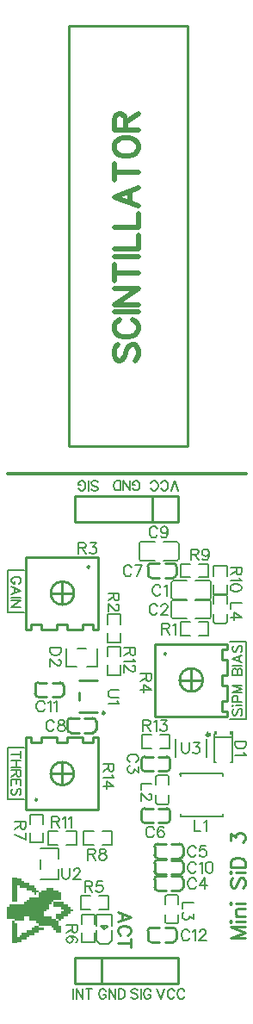
<source format=gto>
G04 Layer: TopSilkscreenLayer*
G04 EasyEDA v6.5.22, 2023-04-19 13:17:33*
G04 90ae9e6ee5e349668d1f8e0e14bee0a6,9a5be75d700b4a6385dc1106f27949ae,10*
G04 Gerber Generator version 0.2*
G04 Scale: 100 percent, Rotated: No, Reflected: No *
G04 Dimensions in millimeters *
G04 leading zeros omitted , absolute positions ,4 integer and 5 decimal *
%FSLAX45Y45*%
%MOMM*%

%ADD10C,0.1600*%
%ADD11C,0.2000*%
%ADD12C,0.2600*%
%ADD13C,0.5000*%
%ADD14C,0.1524*%
%ADD15C,0.2500*%
%ADD16C,0.2100*%
%ADD17C,0.3000*%
%ADD18C,0.1520*%
%ADD19C,0.1500*%
%ADD20C,0.2540*%
%ADD21C,0.0106*%

%LPD*%
G36*
X1629206Y-12683591D02*
G01*
X1629206Y-12927330D01*
X1677314Y-12927330D01*
X1677314Y-12764820D01*
X1701393Y-12764820D01*
X1701393Y-12788036D01*
X1773631Y-12788036D01*
X1773631Y-12811252D01*
X1821789Y-12811252D01*
X1821789Y-12834467D01*
X1845868Y-12834467D01*
X1845868Y-12857683D01*
X1869948Y-12857683D01*
X1869948Y-12834467D01*
X1893976Y-12834467D01*
X1893976Y-12880898D01*
X1797710Y-12880898D01*
X1797710Y-12904114D01*
X1773631Y-12904114D01*
X1773631Y-12927330D01*
X1749552Y-12927330D01*
X1749552Y-12950545D01*
X1605127Y-12950545D01*
X1605127Y-12973761D01*
X1581048Y-12973761D01*
X1581048Y-13089839D01*
X1653235Y-13089839D01*
X1653235Y-13113054D01*
X1629206Y-13113054D01*
X1629206Y-13136270D01*
X1653235Y-13136270D01*
X1653235Y-13113054D01*
X1749552Y-13113054D01*
X1749552Y-13066623D01*
X1942134Y-13066623D01*
X1942134Y-13020192D01*
X1966214Y-13020192D01*
X1966214Y-12996976D01*
X1990293Y-12996976D01*
X1990293Y-12950545D01*
X2014372Y-12950545D01*
X2014372Y-12927330D01*
X2038451Y-12927330D01*
X2038451Y-12973761D01*
X2110638Y-12973761D01*
X2110638Y-12996976D01*
X2134717Y-12996976D01*
X2134717Y-13020192D01*
X2110638Y-13020192D01*
X2110638Y-13043408D01*
X2062530Y-13043408D01*
X2062530Y-13089839D01*
X2086610Y-13089839D01*
X2086610Y-13113054D01*
X2062530Y-13113054D01*
X2062530Y-13089839D01*
X2014372Y-13089839D01*
X2014372Y-13066623D01*
X1797710Y-13066623D01*
X1797710Y-13113054D01*
X1869948Y-13113054D01*
X1869948Y-13136270D01*
X1893976Y-13136270D01*
X1893976Y-13159486D01*
X1845868Y-13159486D01*
X1845868Y-13182701D01*
X1821789Y-13182701D01*
X1821789Y-13205917D01*
X1773631Y-13205917D01*
X1773631Y-13229132D01*
X1725472Y-13229132D01*
X1725472Y-13252348D01*
X1701393Y-13252348D01*
X1701393Y-13275563D01*
X1677314Y-13275563D01*
X1677314Y-13136270D01*
X1629206Y-13136270D01*
X1629206Y-13333577D01*
X1677314Y-13333577D01*
X1677314Y-13321995D01*
X1725472Y-13321995D01*
X1725472Y-13298779D01*
X1773631Y-13298779D01*
X1773631Y-13275563D01*
X1797710Y-13275563D01*
X1797710Y-13252348D01*
X1845868Y-13252348D01*
X1845868Y-13229132D01*
X1893976Y-13229132D01*
X1893976Y-13205917D01*
X1942134Y-13205917D01*
X1942134Y-13182701D01*
X1893976Y-13182701D01*
X1893976Y-13159486D01*
X2014372Y-13159486D01*
X2014372Y-13182701D01*
X2038451Y-13182701D01*
X2038451Y-13205917D01*
X2062530Y-13205917D01*
X2062530Y-13229132D01*
X2110638Y-13229132D01*
X2110638Y-13159486D01*
X2086610Y-13159486D01*
X2086610Y-13113054D01*
X2110638Y-13113054D01*
X2110638Y-13089839D01*
X2134717Y-13089839D01*
X2134717Y-13066623D01*
X2182876Y-13066623D01*
X2182876Y-13043408D01*
X2206955Y-13043408D01*
X2206955Y-13020192D01*
X2231034Y-13020192D01*
X2231034Y-12996976D01*
X2206955Y-12996976D01*
X2206955Y-12973761D01*
X2182876Y-12973761D01*
X2182876Y-12950545D01*
X2134717Y-12950545D01*
X2134717Y-12927330D01*
X2038451Y-12927330D01*
X2038451Y-12904114D01*
X2110638Y-12904114D01*
X2110638Y-12834467D01*
X2086610Y-12834467D01*
X2086610Y-12811252D01*
X2038451Y-12811252D01*
X2038451Y-12788036D01*
X1966214Y-12788036D01*
X1966214Y-12811252D01*
X1918055Y-12811252D01*
X1918055Y-12834467D01*
X1893976Y-12834467D01*
X1893976Y-12811252D01*
X1869948Y-12811252D01*
X1869948Y-12788036D01*
X1845868Y-12788036D01*
X1845868Y-12764820D01*
X1797710Y-12764820D01*
X1797710Y-12741605D01*
X1749552Y-12741605D01*
X1749552Y-12718389D01*
X1725472Y-12718389D01*
X1725472Y-12695174D01*
X1677314Y-12695174D01*
X1677314Y-12683591D01*
G37*
D10*
X2409065Y-8868176D02*
G01*
X2417955Y-8877320D01*
X2431671Y-8881892D01*
X2449959Y-8881892D01*
X2463421Y-8877320D01*
X2472565Y-8868176D01*
X2472565Y-8859032D01*
X2467993Y-8849888D01*
X2463421Y-8845316D01*
X2454531Y-8840998D01*
X2427099Y-8831854D01*
X2417955Y-8827282D01*
X2413637Y-8822710D01*
X2409065Y-8813566D01*
X2409065Y-8800104D01*
X2417955Y-8790960D01*
X2431671Y-8786388D01*
X2449959Y-8786388D01*
X2463421Y-8790960D01*
X2472565Y-8800104D01*
X2379093Y-8881892D02*
G01*
X2379093Y-8786388D01*
X2280795Y-8859032D02*
G01*
X2285367Y-8868176D01*
X2294511Y-8877320D01*
X2303401Y-8881892D01*
X2321689Y-8881892D01*
X2330833Y-8877320D01*
X2339977Y-8868176D01*
X2344549Y-8859032D01*
X2348867Y-8845316D01*
X2348867Y-8822710D01*
X2344549Y-8808994D01*
X2339977Y-8800104D01*
X2330833Y-8790960D01*
X2321689Y-8786388D01*
X2303401Y-8786388D01*
X2294511Y-8790960D01*
X2285367Y-8800104D01*
X2280795Y-8808994D01*
X2280795Y-8822710D01*
X2303401Y-8822710D02*
G01*
X2280795Y-8822710D01*
X2816611Y-8859123D02*
G01*
X2820929Y-8868267D01*
X2830073Y-8877157D01*
X2839217Y-8881729D01*
X2857505Y-8881729D01*
X2866395Y-8877157D01*
X2875539Y-8868267D01*
X2880111Y-8859123D01*
X2884683Y-8845407D01*
X2884683Y-8822801D01*
X2880111Y-8809085D01*
X2875539Y-8799941D01*
X2866395Y-8790797D01*
X2857505Y-8786225D01*
X2839217Y-8786225D01*
X2830073Y-8790797D01*
X2820929Y-8799941D01*
X2816611Y-8809085D01*
X2816611Y-8822801D01*
X2839217Y-8822801D02*
G01*
X2816611Y-8822801D01*
X2786385Y-8881729D02*
G01*
X2786385Y-8786225D01*
X2786385Y-8881729D02*
G01*
X2722885Y-8786225D01*
X2722885Y-8881729D02*
G01*
X2722885Y-8786225D01*
X2692913Y-8881729D02*
G01*
X2692913Y-8786225D01*
X2692913Y-8881729D02*
G01*
X2661163Y-8881729D01*
X2647447Y-8877157D01*
X2638303Y-8868267D01*
X2633731Y-8859123D01*
X2629159Y-8845407D01*
X2629159Y-8822801D01*
X2633731Y-8809085D01*
X2638303Y-8799941D01*
X2647447Y-8790797D01*
X2661163Y-8786225D01*
X2692913Y-8786225D01*
X3265170Y-8881892D02*
G01*
X3228847Y-8786388D01*
X3192272Y-8881892D02*
G01*
X3228847Y-8786388D01*
X3094227Y-8859032D02*
G01*
X3098800Y-8868176D01*
X3107943Y-8877320D01*
X3116834Y-8881892D01*
X3135122Y-8881892D01*
X3144265Y-8877320D01*
X3153156Y-8868176D01*
X3157727Y-8859032D01*
X3162300Y-8845316D01*
X3162300Y-8822710D01*
X3157727Y-8808994D01*
X3153156Y-8800104D01*
X3144265Y-8790960D01*
X3135122Y-8786388D01*
X3116834Y-8786388D01*
X3107943Y-8790960D01*
X3098800Y-8800104D01*
X3094227Y-8808994D01*
X2995929Y-8859032D02*
G01*
X3000502Y-8868176D01*
X3009645Y-8877320D01*
X3018790Y-8881892D01*
X3036824Y-8881892D01*
X3045968Y-8877320D01*
X3055111Y-8868176D01*
X3059684Y-8859032D01*
X3064256Y-8845316D01*
X3064256Y-8822710D01*
X3059684Y-8808994D01*
X3055111Y-8800104D01*
X3045968Y-8790960D01*
X3036824Y-8786388D01*
X3018790Y-8786388D01*
X3009645Y-8790960D01*
X3000502Y-8800104D01*
X2995929Y-8808994D01*
D11*
X3811701Y-11031253D02*
G01*
X3802811Y-11040397D01*
X3798239Y-11054113D01*
X3798239Y-11072401D01*
X3802811Y-11085863D01*
X3811701Y-11095007D01*
X3820845Y-11095007D01*
X3829989Y-11090435D01*
X3834561Y-11085863D01*
X3839133Y-11076719D01*
X3848277Y-11049541D01*
X3852595Y-11040397D01*
X3857167Y-11035825D01*
X3866311Y-11031253D01*
X3880027Y-11031253D01*
X3889171Y-11040397D01*
X3893743Y-11054113D01*
X3893743Y-11072401D01*
X3889171Y-11085863D01*
X3880027Y-11095007D01*
X3798239Y-11001281D02*
G01*
X3802811Y-10996709D01*
X3798239Y-10992391D01*
X3793667Y-10996709D01*
X3798239Y-11001281D01*
X3829989Y-10996709D02*
G01*
X3893743Y-10996709D01*
X3798239Y-10962165D02*
G01*
X3893743Y-10962165D01*
X3798239Y-10962165D02*
G01*
X3798239Y-10921271D01*
X3802811Y-10907809D01*
X3807383Y-10903237D01*
X3816273Y-10898665D01*
X3829989Y-10898665D01*
X3839133Y-10903237D01*
X3843705Y-10907809D01*
X3848277Y-10921271D01*
X3848277Y-10962165D01*
X3798239Y-10868693D02*
G01*
X3893743Y-10868693D01*
X3798239Y-10868693D02*
G01*
X3893743Y-10832371D01*
X3798239Y-10795795D02*
G01*
X3893743Y-10832371D01*
X3798239Y-10795795D02*
G01*
X3893743Y-10795795D01*
X3798239Y-10695973D02*
G01*
X3893743Y-10695973D01*
X3798239Y-10695973D02*
G01*
X3798239Y-10655079D01*
X3802811Y-10641363D01*
X3807383Y-10636791D01*
X3816273Y-10632219D01*
X3825417Y-10632219D01*
X3834561Y-10636791D01*
X3839133Y-10641363D01*
X3843705Y-10655079D01*
X3843705Y-10695973D02*
G01*
X3843705Y-10655079D01*
X3848277Y-10641363D01*
X3852595Y-10636791D01*
X3861739Y-10632219D01*
X3875455Y-10632219D01*
X3884599Y-10636791D01*
X3889171Y-10641363D01*
X3893743Y-10655079D01*
X3893743Y-10695973D01*
X3798239Y-10602247D02*
G01*
X3893743Y-10602247D01*
X3798239Y-10535953D02*
G01*
X3893743Y-10572275D01*
X3798239Y-10535953D02*
G01*
X3893743Y-10499631D01*
X3861739Y-10558559D02*
G01*
X3861739Y-10513093D01*
X3811701Y-10405905D02*
G01*
X3802811Y-10415049D01*
X3798239Y-10428765D01*
X3798239Y-10446799D01*
X3802811Y-10460515D01*
X3811701Y-10469659D01*
X3820845Y-10469659D01*
X3829989Y-10465087D01*
X3834561Y-10460515D01*
X3839133Y-10451371D01*
X3848277Y-10424193D01*
X3852595Y-10415049D01*
X3857167Y-10410477D01*
X3866311Y-10405905D01*
X3880027Y-10405905D01*
X3889171Y-10415049D01*
X3893743Y-10428765D01*
X3893743Y-10446799D01*
X3889171Y-10460515D01*
X3880027Y-10469659D01*
D10*
X2230894Y-13783548D02*
G01*
X2230894Y-13879052D01*
X2260866Y-13783548D02*
G01*
X2260866Y-13879052D01*
X2260866Y-13783548D02*
G01*
X2324620Y-13879052D01*
X2324620Y-13783548D02*
G01*
X2324620Y-13879052D01*
X2386342Y-13783548D02*
G01*
X2386342Y-13879052D01*
X2354592Y-13783548D02*
G01*
X2418092Y-13783548D01*
X2552641Y-13806365D02*
G01*
X2548069Y-13797221D01*
X2539179Y-13788077D01*
X2530035Y-13783759D01*
X2511747Y-13783759D01*
X2502603Y-13788077D01*
X2493713Y-13797221D01*
X2489141Y-13806365D01*
X2484569Y-13820081D01*
X2484569Y-13842687D01*
X2489141Y-13856403D01*
X2493713Y-13865547D01*
X2502603Y-13874691D01*
X2511747Y-13879009D01*
X2530035Y-13879009D01*
X2539179Y-13874691D01*
X2548069Y-13865547D01*
X2552641Y-13856403D01*
X2552641Y-13842687D01*
X2530035Y-13842687D02*
G01*
X2552641Y-13842687D01*
X2582613Y-13783759D02*
G01*
X2582613Y-13879009D01*
X2582613Y-13783759D02*
G01*
X2646367Y-13879009D01*
X2646367Y-13783759D02*
G01*
X2646367Y-13879009D01*
X2676339Y-13783759D02*
G01*
X2676339Y-13879009D01*
X2676339Y-13783759D02*
G01*
X2708089Y-13783759D01*
X2721805Y-13788077D01*
X2730949Y-13797221D01*
X2735521Y-13806365D01*
X2740093Y-13820081D01*
X2740093Y-13842687D01*
X2735521Y-13856403D01*
X2730949Y-13865547D01*
X2721805Y-13874691D01*
X2708089Y-13879009D01*
X2676339Y-13879009D01*
X3055051Y-13783551D02*
G01*
X3091373Y-13879055D01*
X3127949Y-13783551D02*
G01*
X3091373Y-13879055D01*
X3225993Y-13806411D02*
G01*
X3221421Y-13797267D01*
X3212277Y-13788123D01*
X3203387Y-13783551D01*
X3185099Y-13783551D01*
X3175955Y-13788123D01*
X3167065Y-13797267D01*
X3162493Y-13806411D01*
X3157921Y-13820127D01*
X3157921Y-13842733D01*
X3162493Y-13856449D01*
X3167065Y-13865593D01*
X3175955Y-13874483D01*
X3185099Y-13879055D01*
X3203387Y-13879055D01*
X3212277Y-13874483D01*
X3221421Y-13865593D01*
X3225993Y-13856449D01*
X3324291Y-13806411D02*
G01*
X3319719Y-13797267D01*
X3310575Y-13788123D01*
X3301431Y-13783551D01*
X3283397Y-13783551D01*
X3274253Y-13788123D01*
X3265109Y-13797267D01*
X3260537Y-13806411D01*
X3255965Y-13820127D01*
X3255965Y-13842733D01*
X3260537Y-13856449D01*
X3265109Y-13865593D01*
X3274253Y-13874483D01*
X3283397Y-13879055D01*
X3301431Y-13879055D01*
X3310575Y-13874483D01*
X3319719Y-13865593D01*
X3324291Y-13856449D01*
X2865066Y-13797221D02*
G01*
X2856176Y-13788077D01*
X2842460Y-13783759D01*
X2824172Y-13783759D01*
X2810710Y-13788077D01*
X2801566Y-13797221D01*
X2801566Y-13806365D01*
X2806138Y-13815509D01*
X2810710Y-13820081D01*
X2819600Y-13824653D01*
X2847032Y-13833543D01*
X2856176Y-13838115D01*
X2860494Y-13842687D01*
X2865066Y-13851831D01*
X2865066Y-13865547D01*
X2856176Y-13874691D01*
X2842460Y-13879009D01*
X2824172Y-13879009D01*
X2810710Y-13874691D01*
X2801566Y-13865547D01*
X2895038Y-13783759D02*
G01*
X2895038Y-13879009D01*
X2993336Y-13806365D02*
G01*
X2988764Y-13797221D01*
X2979620Y-13788077D01*
X2970730Y-13783759D01*
X2952442Y-13783759D01*
X2943298Y-13788077D01*
X2934154Y-13797221D01*
X2929836Y-13806365D01*
X2925264Y-13820081D01*
X2925264Y-13842687D01*
X2929836Y-13856403D01*
X2934154Y-13865547D01*
X2943298Y-13874691D01*
X2952442Y-13879009D01*
X2970730Y-13879009D01*
X2979620Y-13874691D01*
X2988764Y-13865547D01*
X2993336Y-13856403D01*
X2993336Y-13842687D01*
X2970730Y-13842687D02*
G01*
X2993336Y-13842687D01*
D12*
X3779357Y-13282173D02*
G01*
X3922613Y-13282173D01*
X3779357Y-13282173D02*
G01*
X3922613Y-13227817D01*
X3779357Y-13173207D02*
G01*
X3922613Y-13227817D01*
X3779357Y-13173207D02*
G01*
X3922613Y-13173207D01*
X3779357Y-13128249D02*
G01*
X3786215Y-13121391D01*
X3779357Y-13114533D01*
X3772499Y-13121391D01*
X3779357Y-13128249D01*
X3827109Y-13121391D02*
G01*
X3922613Y-13121391D01*
X3827109Y-13069575D02*
G01*
X3922613Y-13069575D01*
X3854541Y-13069575D02*
G01*
X3833967Y-13049001D01*
X3827109Y-13035539D01*
X3827109Y-13014965D01*
X3833967Y-13001249D01*
X3854541Y-12994645D01*
X3922613Y-12994645D01*
X3779357Y-12949433D02*
G01*
X3786215Y-12942829D01*
X3779357Y-12935971D01*
X3772499Y-12942829D01*
X3779357Y-12949433D01*
X3827109Y-12942829D02*
G01*
X3922613Y-12942829D01*
X3799931Y-12690353D02*
G01*
X3786215Y-12704069D01*
X3779357Y-12724643D01*
X3779357Y-12751821D01*
X3786215Y-12772395D01*
X3799931Y-12785857D01*
X3813393Y-12785857D01*
X3827109Y-12778999D01*
X3833967Y-12772395D01*
X3840825Y-12758679D01*
X3854541Y-12717785D01*
X3861145Y-12704069D01*
X3868003Y-12697211D01*
X3881719Y-12690353D01*
X3902039Y-12690353D01*
X3915755Y-12704069D01*
X3922613Y-12724643D01*
X3922613Y-12751821D01*
X3915755Y-12772395D01*
X3902039Y-12785857D01*
X3779357Y-12645395D02*
G01*
X3786215Y-12638537D01*
X3779357Y-12631933D01*
X3772499Y-12638537D01*
X3779357Y-12645395D01*
X3827109Y-12638537D02*
G01*
X3922613Y-12638537D01*
X3779357Y-12586721D02*
G01*
X3922613Y-12586721D01*
X3779357Y-12586721D02*
G01*
X3779357Y-12538969D01*
X3786215Y-12518649D01*
X3799931Y-12504933D01*
X3813393Y-12498075D01*
X3833967Y-12491471D01*
X3868003Y-12491471D01*
X3888577Y-12498075D01*
X3902039Y-12504933D01*
X3915755Y-12518649D01*
X3922613Y-12538969D01*
X3922613Y-12586721D01*
X3779357Y-12327641D02*
G01*
X3779357Y-12252711D01*
X3833967Y-12293605D01*
X3833967Y-12273285D01*
X3840825Y-12259569D01*
X3847683Y-12252711D01*
X3868003Y-12245853D01*
X3881719Y-12245853D01*
X3902039Y-12252711D01*
X3915755Y-12266427D01*
X3922613Y-12286747D01*
X3922613Y-12307321D01*
X3915755Y-12327641D01*
X3908897Y-12334499D01*
X3895435Y-12341357D01*
D13*
X2666507Y-7448981D02*
G01*
X2643901Y-7471587D01*
X2632471Y-7505623D01*
X2632471Y-7551089D01*
X2643901Y-7585379D01*
X2666507Y-7607985D01*
X2689113Y-7607985D01*
X2711973Y-7596555D01*
X2723403Y-7585379D01*
X2734579Y-7562519D01*
X2757439Y-7494447D01*
X2768869Y-7471587D01*
X2780045Y-7460157D01*
X2802905Y-7448981D01*
X2836941Y-7448981D01*
X2859801Y-7471587D01*
X2870977Y-7505623D01*
X2870977Y-7551089D01*
X2859801Y-7585379D01*
X2836941Y-7607985D01*
X2689113Y-7203363D02*
G01*
X2666507Y-7214793D01*
X2643901Y-7237653D01*
X2632471Y-7260259D01*
X2632471Y-7305725D01*
X2643901Y-7328331D01*
X2666507Y-7351191D01*
X2689113Y-7362621D01*
X2723403Y-7373797D01*
X2780045Y-7373797D01*
X2814335Y-7362621D01*
X2836941Y-7351191D01*
X2859801Y-7328331D01*
X2870977Y-7305725D01*
X2870977Y-7260259D01*
X2859801Y-7237653D01*
X2836941Y-7214793D01*
X2814335Y-7203363D01*
X2632471Y-7128433D02*
G01*
X2870977Y-7128433D01*
X2632471Y-7053503D02*
G01*
X2870977Y-7053503D01*
X2632471Y-7053503D02*
G01*
X2870977Y-6894245D01*
X2632471Y-6894245D02*
G01*
X2870977Y-6894245D01*
X2632471Y-6739813D02*
G01*
X2870977Y-6739813D01*
X2632471Y-6819315D02*
G01*
X2632471Y-6660311D01*
X2632471Y-6585381D02*
G01*
X2870977Y-6585381D01*
X2632471Y-6510197D02*
G01*
X2870977Y-6510197D01*
X2870977Y-6510197D02*
G01*
X2870977Y-6373799D01*
X2632471Y-6298869D02*
G01*
X2870977Y-6298869D01*
X2870977Y-6298869D02*
G01*
X2870977Y-6162471D01*
X2632471Y-5996609D02*
G01*
X2870977Y-6087541D01*
X2632471Y-5996609D02*
G01*
X2870977Y-5905677D01*
X2791475Y-6053505D02*
G01*
X2791475Y-5939713D01*
X2632471Y-5751245D02*
G01*
X2870977Y-5751245D01*
X2632471Y-5830747D02*
G01*
X2632471Y-5671743D01*
X2632471Y-5528487D02*
G01*
X2643901Y-5551093D01*
X2666507Y-5573953D01*
X2689113Y-5585383D01*
X2723403Y-5596559D01*
X2780045Y-5596559D01*
X2814335Y-5585383D01*
X2836941Y-5573953D01*
X2859801Y-5551093D01*
X2870977Y-5528487D01*
X2870977Y-5483021D01*
X2859801Y-5460161D01*
X2836941Y-5437555D01*
X2814335Y-5426125D01*
X2780045Y-5414695D01*
X2723403Y-5414695D01*
X2689113Y-5426125D01*
X2666507Y-5437555D01*
X2643901Y-5460161D01*
X2632471Y-5483021D01*
X2632471Y-5528487D01*
X2632471Y-5339765D02*
G01*
X2870977Y-5339765D01*
X2632471Y-5339765D02*
G01*
X2632471Y-5237657D01*
X2643901Y-5203367D01*
X2655077Y-5192191D01*
X2677937Y-5180761D01*
X2700543Y-5180761D01*
X2723403Y-5192191D01*
X2734579Y-5203367D01*
X2746009Y-5237657D01*
X2746009Y-5339765D01*
X2746009Y-5260263D02*
G01*
X2870977Y-5180761D01*
D11*
X1717542Y-11475425D02*
G01*
X1622038Y-11475425D01*
X1717542Y-11443675D02*
G01*
X1717542Y-11507429D01*
X1717542Y-11537401D02*
G01*
X1622038Y-11537401D01*
X1717542Y-11600901D02*
G01*
X1622038Y-11600901D01*
X1672076Y-11537401D02*
G01*
X1672076Y-11600901D01*
X1717542Y-11630873D02*
G01*
X1622038Y-11630873D01*
X1717542Y-11630873D02*
G01*
X1717542Y-11671767D01*
X1712970Y-11685483D01*
X1708398Y-11690055D01*
X1699508Y-11694627D01*
X1690364Y-11694627D01*
X1681220Y-11690055D01*
X1676648Y-11685483D01*
X1672076Y-11671767D01*
X1672076Y-11630873D01*
X1672076Y-11662877D02*
G01*
X1622038Y-11694627D01*
X1717542Y-11724599D02*
G01*
X1622038Y-11724599D01*
X1717542Y-11724599D02*
G01*
X1717542Y-11783781D01*
X1672076Y-11724599D02*
G01*
X1672076Y-11760921D01*
X1622038Y-11724599D02*
G01*
X1622038Y-11783781D01*
X1704080Y-11877253D02*
G01*
X1712970Y-11868109D01*
X1717542Y-11854647D01*
X1717542Y-11836359D01*
X1712970Y-11822643D01*
X1704080Y-11813753D01*
X1694936Y-11813753D01*
X1685792Y-11818325D01*
X1681220Y-11822643D01*
X1676648Y-11831787D01*
X1667504Y-11859219D01*
X1663186Y-11868109D01*
X1658614Y-11872681D01*
X1649470Y-11877253D01*
X1635754Y-11877253D01*
X1626610Y-11868109D01*
X1622038Y-11854647D01*
X1622038Y-11836359D01*
X1626610Y-11822643D01*
X1635754Y-11813753D01*
X1694792Y-9800000D02*
G01*
X1703936Y-9795428D01*
X1713080Y-9786538D01*
X1717652Y-9777394D01*
X1717652Y-9759106D01*
X1713080Y-9749962D01*
X1703936Y-9741072D01*
X1694792Y-9736500D01*
X1681330Y-9731928D01*
X1658470Y-9731928D01*
X1644754Y-9736500D01*
X1635864Y-9741072D01*
X1626720Y-9749962D01*
X1622148Y-9759106D01*
X1622148Y-9777394D01*
X1626720Y-9786538D01*
X1635864Y-9795428D01*
X1644754Y-9800000D01*
X1658470Y-9800000D01*
X1658470Y-9777394D02*
G01*
X1658470Y-9800000D01*
X1717652Y-9866548D02*
G01*
X1622148Y-9829972D01*
X1717652Y-9866548D02*
G01*
X1622148Y-9902870D01*
X1653898Y-9843688D02*
G01*
X1653898Y-9889154D01*
X1717652Y-9932842D02*
G01*
X1622148Y-9932842D01*
X1717652Y-9962814D02*
G01*
X1622148Y-9962814D01*
X1717652Y-9962814D02*
G01*
X1622148Y-10026314D01*
X1717652Y-10026314D02*
G01*
X1622148Y-10026314D01*
D14*
X3089473Y-9832672D02*
G01*
X3084139Y-9822258D01*
X3073725Y-9811844D01*
X3063565Y-9806764D01*
X3042737Y-9806764D01*
X3032323Y-9811844D01*
X3021909Y-9822258D01*
X3016575Y-9832672D01*
X3011495Y-9848420D01*
X3011495Y-9874328D01*
X3016575Y-9889822D01*
X3021909Y-9900236D01*
X3032323Y-9910650D01*
X3042737Y-9915730D01*
X3063565Y-9915730D01*
X3073725Y-9910650D01*
X3084139Y-9900236D01*
X3089473Y-9889822D01*
X3123763Y-9827592D02*
G01*
X3134177Y-9822258D01*
X3149671Y-9806764D01*
X3149671Y-9915730D01*
X3887609Y-9985481D02*
G01*
X3778643Y-9985481D01*
X3778643Y-9985481D02*
G01*
X3778643Y-10047711D01*
X3887609Y-10134071D02*
G01*
X3814965Y-10082001D01*
X3814965Y-10159979D01*
X3887609Y-10134071D02*
G01*
X3778643Y-10134071D01*
X3423592Y-12120859D02*
G01*
X3423592Y-12229825D01*
X3423592Y-12229825D02*
G01*
X3485822Y-12229825D01*
X3520112Y-12141687D02*
G01*
X3530526Y-12136353D01*
X3546274Y-12120859D01*
X3546274Y-12229825D01*
X2282395Y-9394664D02*
G01*
X2282395Y-9503630D01*
X2282395Y-9394664D02*
G01*
X2329131Y-9394664D01*
X2344625Y-9399744D01*
X2349959Y-9405078D01*
X2355039Y-9415492D01*
X2355039Y-9425906D01*
X2349959Y-9436320D01*
X2344625Y-9441400D01*
X2329131Y-9446480D01*
X2282395Y-9446480D01*
X2318717Y-9446480D02*
G01*
X2355039Y-9503630D01*
X2399743Y-9394664D02*
G01*
X2456893Y-9394664D01*
X2425905Y-9436320D01*
X2441399Y-9436320D01*
X2451813Y-9441400D01*
X2456893Y-9446480D01*
X2462227Y-9462228D01*
X2462227Y-9472642D01*
X2456893Y-9488136D01*
X2446479Y-9498550D01*
X2430985Y-9503630D01*
X2415491Y-9503630D01*
X2399743Y-9498550D01*
X2394663Y-9493470D01*
X2389329Y-9483056D01*
X2841510Y-10429278D02*
G01*
X2732544Y-10429278D01*
X2841510Y-10429278D02*
G01*
X2841510Y-10476014D01*
X2836430Y-10491508D01*
X2831096Y-10496842D01*
X2820682Y-10501922D01*
X2810268Y-10501922D01*
X2799854Y-10496842D01*
X2794774Y-10491508D01*
X2789694Y-10476014D01*
X2789694Y-10429278D01*
X2789694Y-10465600D02*
G01*
X2732544Y-10501922D01*
X2820682Y-10536212D02*
G01*
X2826016Y-10546626D01*
X2841510Y-10562374D01*
X2732544Y-10562374D01*
X2815602Y-10601744D02*
G01*
X2820682Y-10601744D01*
X2831096Y-10607078D01*
X2836430Y-10612158D01*
X2841510Y-10622572D01*
X2841510Y-10643400D01*
X2836430Y-10653814D01*
X2831096Y-10658894D01*
X2820682Y-10664228D01*
X2810268Y-10664228D01*
X2799854Y-10658894D01*
X2784360Y-10648480D01*
X2732544Y-10596664D01*
X2732544Y-10669308D01*
X2377490Y-12406144D02*
G01*
X2377490Y-12515110D01*
X2377490Y-12406144D02*
G01*
X2424226Y-12406144D01*
X2439720Y-12411224D01*
X2445054Y-12416558D01*
X2450134Y-12426972D01*
X2450134Y-12437386D01*
X2445054Y-12447800D01*
X2439720Y-12452880D01*
X2424226Y-12457960D01*
X2377490Y-12457960D01*
X2413812Y-12457960D02*
G01*
X2450134Y-12515110D01*
X2510586Y-12406144D02*
G01*
X2494838Y-12411224D01*
X2489758Y-12421638D01*
X2489758Y-12432052D01*
X2494838Y-12442466D01*
X2505252Y-12447800D01*
X2526080Y-12452880D01*
X2541574Y-12457960D01*
X2551988Y-12468374D01*
X2557322Y-12478788D01*
X2557322Y-12494536D01*
X2551988Y-12504950D01*
X2546908Y-12510030D01*
X2531160Y-12515110D01*
X2510586Y-12515110D01*
X2494838Y-12510030D01*
X2489758Y-12504950D01*
X2484424Y-12494536D01*
X2484424Y-12478788D01*
X2489758Y-12468374D01*
X2500172Y-12457960D01*
X2515666Y-12452880D01*
X2536494Y-12447800D01*
X2546908Y-12442466D01*
X2551988Y-12432052D01*
X2551988Y-12421638D01*
X2546908Y-12411224D01*
X2531160Y-12406144D01*
X2510586Y-12406144D01*
X3026046Y-12210168D02*
G01*
X3020712Y-12199754D01*
X3010552Y-12189340D01*
X3000138Y-12184260D01*
X2979310Y-12184260D01*
X2968896Y-12189340D01*
X2958482Y-12199754D01*
X2953402Y-12210168D01*
X2948068Y-12225916D01*
X2948068Y-12251824D01*
X2953402Y-12267318D01*
X2958482Y-12277732D01*
X2968896Y-12288146D01*
X2979310Y-12293226D01*
X3000138Y-12293226D01*
X3010552Y-12288146D01*
X3020712Y-12277732D01*
X3026046Y-12267318D01*
X3122566Y-12199754D02*
G01*
X3117486Y-12189340D01*
X3101992Y-12184260D01*
X3091578Y-12184260D01*
X3075830Y-12189340D01*
X3065416Y-12205088D01*
X3060336Y-12230996D01*
X3060336Y-12256904D01*
X3065416Y-12277732D01*
X3075830Y-12288146D01*
X3091578Y-12293226D01*
X3096658Y-12293226D01*
X3112152Y-12288146D01*
X3122566Y-12277732D01*
X3127900Y-12262238D01*
X3127900Y-12256904D01*
X3122566Y-12241410D01*
X3112152Y-12230996D01*
X3096658Y-12225916D01*
X3091578Y-12225916D01*
X3075830Y-12230996D01*
X3065416Y-12241410D01*
X3060336Y-12256904D01*
X2804109Y-9642596D02*
G01*
X2799029Y-9632182D01*
X2788615Y-9621768D01*
X2778201Y-9616434D01*
X2757373Y-9616434D01*
X2746959Y-9621768D01*
X2736545Y-9632182D01*
X2731465Y-9642596D01*
X2726131Y-9658090D01*
X2726131Y-9683998D01*
X2731465Y-9699746D01*
X2736545Y-9710160D01*
X2746959Y-9720574D01*
X2757373Y-9725654D01*
X2778201Y-9725654D01*
X2788615Y-9720574D01*
X2799029Y-9710160D01*
X2804109Y-9699746D01*
X2911043Y-9616434D02*
G01*
X2859227Y-9725654D01*
X2838399Y-9616434D02*
G01*
X2911043Y-9616434D01*
X2123820Y-12596258D02*
G01*
X2123820Y-12674236D01*
X2129154Y-12689730D01*
X2139568Y-12700144D01*
X2155063Y-12705478D01*
X2165477Y-12705478D01*
X2180970Y-12700144D01*
X2191384Y-12689730D01*
X2196718Y-12674236D01*
X2196718Y-12596258D01*
X2236088Y-12622420D02*
G01*
X2236088Y-12617086D01*
X2241422Y-12606672D01*
X2246502Y-12601592D01*
X2256916Y-12596258D01*
X2277745Y-12596258D01*
X2288159Y-12601592D01*
X2293238Y-12606672D01*
X2298572Y-12617086D01*
X2298572Y-12627500D01*
X2293238Y-12637914D01*
X2282825Y-12653408D01*
X2231009Y-12705478D01*
X2303652Y-12705478D01*
D15*
X2793872Y-13076026D02*
G01*
X2669920Y-13028782D01*
X2793872Y-13076026D02*
G01*
X2669920Y-13123270D01*
X2711322Y-13046308D02*
G01*
X2711322Y-13105490D01*
X2764409Y-13250778D02*
G01*
X2776347Y-13244936D01*
X2788031Y-13233252D01*
X2793872Y-13221314D01*
X2793872Y-13197692D01*
X2788031Y-13185754D01*
X2776347Y-13174070D01*
X2764409Y-13168228D01*
X2746629Y-13162132D01*
X2717165Y-13162132D01*
X2699384Y-13168228D01*
X2687700Y-13174070D01*
X2675763Y-13185754D01*
X2669920Y-13197692D01*
X2669920Y-13221314D01*
X2675763Y-13233252D01*
X2687700Y-13244936D01*
X2699384Y-13250778D01*
X2793872Y-13331296D02*
G01*
X2669920Y-13331296D01*
X2793872Y-13289894D02*
G01*
X2793872Y-13372698D01*
D14*
X3057763Y-10022860D02*
G01*
X3052429Y-10012446D01*
X3042015Y-10002032D01*
X3031855Y-9996952D01*
X3011027Y-9996952D01*
X3000613Y-10002032D01*
X2990199Y-10012446D01*
X2984865Y-10022860D01*
X2979785Y-10038608D01*
X2979785Y-10064516D01*
X2984865Y-10080010D01*
X2990199Y-10090424D01*
X3000613Y-10100838D01*
X3011027Y-10105918D01*
X3031855Y-10105918D01*
X3042015Y-10100838D01*
X3052429Y-10090424D01*
X3057763Y-10080010D01*
X3097133Y-10022860D02*
G01*
X3097133Y-10017780D01*
X3102467Y-10007366D01*
X3107547Y-10002032D01*
X3117961Y-9996952D01*
X3138789Y-9996952D01*
X3149203Y-10002032D01*
X3154283Y-10007366D01*
X3159617Y-10017780D01*
X3159617Y-10028194D01*
X3154283Y-10038608D01*
X3143869Y-10054102D01*
X3092053Y-10105918D01*
X3164697Y-10105918D01*
X3057763Y-9262064D02*
G01*
X3052429Y-9251650D01*
X3042015Y-9241236D01*
X3031855Y-9236156D01*
X3011027Y-9236156D01*
X3000613Y-9241236D01*
X2990199Y-9251650D01*
X2984865Y-9262064D01*
X2979785Y-9277812D01*
X2979785Y-9303720D01*
X2984865Y-9319214D01*
X2990199Y-9329628D01*
X3000613Y-9340042D01*
X3011027Y-9345122D01*
X3031855Y-9345122D01*
X3042015Y-9340042D01*
X3052429Y-9329628D01*
X3057763Y-9319214D01*
X3159617Y-9272478D02*
G01*
X3154283Y-9287972D01*
X3143869Y-9298386D01*
X3128375Y-9303720D01*
X3123295Y-9303720D01*
X3107547Y-9298386D01*
X3097133Y-9287972D01*
X3092053Y-9272478D01*
X3092053Y-9267398D01*
X3097133Y-9251650D01*
X3107547Y-9241236D01*
X3123295Y-9236156D01*
X3128375Y-9236156D01*
X3143869Y-9241236D01*
X3154283Y-9251650D01*
X3159617Y-9272478D01*
X3159617Y-9298386D01*
X3154283Y-9324548D01*
X3143869Y-9340042D01*
X3128375Y-9345122D01*
X3117961Y-9345122D01*
X3102467Y-9340042D01*
X3097133Y-9329628D01*
X3374770Y-13224543D02*
G01*
X3369436Y-13214129D01*
X3359022Y-13203715D01*
X3348863Y-13198635D01*
X3328034Y-13198635D01*
X3317620Y-13203715D01*
X3307206Y-13214129D01*
X3301872Y-13224543D01*
X3296793Y-13240291D01*
X3296793Y-13266199D01*
X3301872Y-13281693D01*
X3307206Y-13292107D01*
X3317620Y-13302521D01*
X3328034Y-13307601D01*
X3348863Y-13307601D01*
X3359022Y-13302521D01*
X3369436Y-13292107D01*
X3374770Y-13281693D01*
X3409061Y-13219463D02*
G01*
X3419475Y-13214129D01*
X3434968Y-13198635D01*
X3434968Y-13307601D01*
X3474593Y-13224543D02*
G01*
X3474593Y-13219463D01*
X3479672Y-13209049D01*
X3484752Y-13203715D01*
X3495166Y-13198635D01*
X3515995Y-13198635D01*
X3526409Y-13203715D01*
X3531743Y-13209049D01*
X3536822Y-13219463D01*
X3536822Y-13229877D01*
X3531743Y-13240291D01*
X3521329Y-13255785D01*
X3469259Y-13307601D01*
X3541902Y-13307601D01*
X3004108Y-11760647D02*
G01*
X2895142Y-11760647D01*
X2895142Y-11760647D02*
G01*
X2895142Y-11822877D01*
X2978200Y-11862501D02*
G01*
X2983280Y-11862501D01*
X2993694Y-11867581D01*
X2999028Y-11872915D01*
X3004108Y-11883329D01*
X3004108Y-11904157D01*
X2999028Y-11914317D01*
X2993694Y-11919651D01*
X2983280Y-11924731D01*
X2972866Y-11924731D01*
X2962452Y-11919651D01*
X2946958Y-11909237D01*
X2895142Y-11857167D01*
X2895142Y-11930065D01*
X3412101Y-12933555D02*
G01*
X3303135Y-12933555D01*
X3303135Y-12933555D02*
G01*
X3303135Y-12995785D01*
X3412101Y-13040489D02*
G01*
X3412101Y-13097639D01*
X3370445Y-13066651D01*
X3370445Y-13082145D01*
X3365365Y-13092559D01*
X3360285Y-13097639D01*
X3344537Y-13102973D01*
X3334123Y-13102973D01*
X3318629Y-13097639D01*
X3308215Y-13087225D01*
X3303135Y-13071731D01*
X3303135Y-13056237D01*
X3308215Y-13040489D01*
X3313295Y-13035409D01*
X3323709Y-13030075D01*
X3106092Y-10187264D02*
G01*
X3106092Y-10296230D01*
X3106092Y-10187264D02*
G01*
X3152828Y-10187264D01*
X3168322Y-10192344D01*
X3173656Y-10197678D01*
X3178736Y-10208092D01*
X3178736Y-10218506D01*
X3173656Y-10228920D01*
X3168322Y-10234000D01*
X3152828Y-10239080D01*
X3106092Y-10239080D01*
X3142414Y-10239080D02*
G01*
X3178736Y-10296230D01*
X3213026Y-10208092D02*
G01*
X3223440Y-10202758D01*
X3239188Y-10187264D01*
X3239188Y-10296230D01*
X1764576Y-12137664D02*
G01*
X1655610Y-12137664D01*
X1764576Y-12137664D02*
G01*
X1764576Y-12184400D01*
X1759496Y-12199894D01*
X1754162Y-12205228D01*
X1743748Y-12210308D01*
X1733334Y-12210308D01*
X1722920Y-12205228D01*
X1717840Y-12199894D01*
X1712760Y-12184400D01*
X1712760Y-12137664D01*
X1712760Y-12173986D02*
G01*
X1655610Y-12210308D01*
X1764576Y-12317496D02*
G01*
X1655610Y-12265426D01*
X1764576Y-12244598D02*
G01*
X1764576Y-12317496D01*
X2631549Y-11570472D02*
G01*
X2522583Y-11570472D01*
X2631549Y-11570472D02*
G01*
X2631549Y-11617208D01*
X2626469Y-11632702D01*
X2621135Y-11638036D01*
X2610721Y-11643116D01*
X2600307Y-11643116D01*
X2589893Y-11638036D01*
X2584813Y-11632702D01*
X2579733Y-11617208D01*
X2579733Y-11570472D01*
X2579733Y-11606794D02*
G01*
X2522583Y-11643116D01*
X2610721Y-11677406D02*
G01*
X2616055Y-11687820D01*
X2631549Y-11703568D01*
X2522583Y-11703568D01*
X2631549Y-11789674D02*
G01*
X2558905Y-11737858D01*
X2558905Y-11815582D01*
X2631549Y-11789674D02*
G01*
X2522583Y-11789674D01*
X2847312Y-11553337D02*
G01*
X2857726Y-11548003D01*
X2868140Y-11537589D01*
X2873220Y-11527429D01*
X2873220Y-11506601D01*
X2868140Y-11496187D01*
X2857726Y-11485773D01*
X2847312Y-11480439D01*
X2831564Y-11475359D01*
X2805656Y-11475359D01*
X2790162Y-11480439D01*
X2779748Y-11485773D01*
X2769334Y-11496187D01*
X2764254Y-11506601D01*
X2764254Y-11527429D01*
X2769334Y-11537589D01*
X2779748Y-11548003D01*
X2790162Y-11553337D01*
X2873220Y-11598041D02*
G01*
X2873220Y-11655191D01*
X2831564Y-11623949D01*
X2831564Y-11639443D01*
X2826484Y-11649857D01*
X2821404Y-11655191D01*
X2805656Y-11660271D01*
X2795242Y-11660271D01*
X2779748Y-11655191D01*
X2769334Y-11644777D01*
X2764254Y-11629029D01*
X2764254Y-11613535D01*
X2769334Y-11598041D01*
X2774414Y-11592707D01*
X2784828Y-11587627D01*
X3438154Y-12717353D02*
G01*
X3432820Y-12706939D01*
X3422406Y-12696525D01*
X3412246Y-12691445D01*
X3391418Y-12691445D01*
X3381004Y-12696525D01*
X3370590Y-12706939D01*
X3365256Y-12717353D01*
X3360176Y-12733101D01*
X3360176Y-12759009D01*
X3365256Y-12774503D01*
X3370590Y-12784917D01*
X3381004Y-12795331D01*
X3391418Y-12800411D01*
X3412246Y-12800411D01*
X3422406Y-12795331D01*
X3432820Y-12784917D01*
X3438154Y-12774503D01*
X3524260Y-12691445D02*
G01*
X3472444Y-12764089D01*
X3550422Y-12764089D01*
X3524260Y-12691445D02*
G01*
X3524260Y-12800411D01*
X3438177Y-12400356D02*
G01*
X3432843Y-12389942D01*
X3422429Y-12379528D01*
X3412269Y-12374448D01*
X3391441Y-12374448D01*
X3381027Y-12379528D01*
X3370613Y-12389942D01*
X3365279Y-12400356D01*
X3360199Y-12416104D01*
X3360199Y-12442012D01*
X3365279Y-12457506D01*
X3370613Y-12467920D01*
X3381027Y-12478334D01*
X3391441Y-12483414D01*
X3412269Y-12483414D01*
X3422429Y-12478334D01*
X3432843Y-12467920D01*
X3438177Y-12457506D01*
X3534697Y-12374448D02*
G01*
X3482881Y-12374448D01*
X3477547Y-12421184D01*
X3482881Y-12416104D01*
X3498375Y-12410770D01*
X3513869Y-12410770D01*
X3529617Y-12416104D01*
X3540031Y-12426264D01*
X3545111Y-12442012D01*
X3545111Y-12452426D01*
X3540031Y-12467920D01*
X3529617Y-12478334D01*
X3513869Y-12483414D01*
X3498375Y-12483414D01*
X3482881Y-12478334D01*
X3477547Y-12473254D01*
X3472467Y-12462840D01*
X2043381Y-11164067D02*
G01*
X2038047Y-11153653D01*
X2027633Y-11143239D01*
X2017473Y-11138159D01*
X1996645Y-11138159D01*
X1986231Y-11143239D01*
X1975817Y-11153653D01*
X1970483Y-11164067D01*
X1965403Y-11179815D01*
X1965403Y-11205723D01*
X1970483Y-11221217D01*
X1975817Y-11231631D01*
X1986231Y-11242045D01*
X1996645Y-11247125D01*
X2017473Y-11247125D01*
X2027633Y-11242045D01*
X2038047Y-11231631D01*
X2043381Y-11221217D01*
X2103579Y-11138159D02*
G01*
X2088085Y-11143239D01*
X2082751Y-11153653D01*
X2082751Y-11164067D01*
X2088085Y-11174481D01*
X2098499Y-11179815D01*
X2119073Y-11184895D01*
X2134821Y-11189975D01*
X2145235Y-11200389D01*
X2150315Y-11210803D01*
X2150315Y-11226551D01*
X2145235Y-11236965D01*
X2139901Y-11242045D01*
X2124407Y-11247125D01*
X2103579Y-11247125D01*
X2088085Y-11242045D01*
X2082751Y-11236965D01*
X2077671Y-11226551D01*
X2077671Y-11210803D01*
X2082751Y-11200389D01*
X2093165Y-11189975D01*
X2108913Y-11184895D01*
X2129487Y-11179815D01*
X2139901Y-11174481D01*
X2145235Y-11164067D01*
X2145235Y-11153653D01*
X2139901Y-11143239D01*
X2124407Y-11138159D01*
X2103579Y-11138159D01*
X3438177Y-12558859D02*
G01*
X3432843Y-12548445D01*
X3422429Y-12538031D01*
X3412269Y-12532951D01*
X3391441Y-12532951D01*
X3381027Y-12538031D01*
X3370613Y-12548445D01*
X3365279Y-12558859D01*
X3360199Y-12574607D01*
X3360199Y-12600515D01*
X3365279Y-12616009D01*
X3370613Y-12626423D01*
X3381027Y-12636837D01*
X3391441Y-12641917D01*
X3412269Y-12641917D01*
X3422429Y-12636837D01*
X3432843Y-12626423D01*
X3438177Y-12616009D01*
X3472467Y-12553779D02*
G01*
X3482881Y-12548445D01*
X3498375Y-12532951D01*
X3498375Y-12641917D01*
X3563907Y-12532951D02*
G01*
X3548159Y-12538031D01*
X3537999Y-12553779D01*
X3532665Y-12579687D01*
X3532665Y-12595181D01*
X3537999Y-12621343D01*
X3548159Y-12636837D01*
X3563907Y-12641917D01*
X3574321Y-12641917D01*
X3589815Y-12636837D01*
X3600229Y-12621343D01*
X3605309Y-12595181D01*
X3605309Y-12579687D01*
X3600229Y-12553779D01*
X3589815Y-12538031D01*
X3574321Y-12532951D01*
X3563907Y-12532951D01*
X1948281Y-10973869D02*
G01*
X1942947Y-10963455D01*
X1932533Y-10953041D01*
X1922373Y-10947961D01*
X1901545Y-10947961D01*
X1891131Y-10953041D01*
X1880717Y-10963455D01*
X1875383Y-10973869D01*
X1870303Y-10989617D01*
X1870303Y-11015525D01*
X1875383Y-11031019D01*
X1880717Y-11041433D01*
X1891131Y-11051847D01*
X1901545Y-11056927D01*
X1922373Y-11056927D01*
X1932533Y-11051847D01*
X1942947Y-11041433D01*
X1948281Y-11031019D01*
X1982571Y-10968789D02*
G01*
X1992985Y-10963455D01*
X2008479Y-10947961D01*
X2008479Y-11056927D01*
X2042769Y-10968789D02*
G01*
X2053183Y-10963455D01*
X2068677Y-10947961D01*
X2068677Y-11056927D01*
X2112398Y-10429265D02*
G01*
X2003432Y-10429265D01*
X2112398Y-10429265D02*
G01*
X2112398Y-10465587D01*
X2107318Y-10481335D01*
X2096904Y-10491495D01*
X2086490Y-10496829D01*
X2070742Y-10501909D01*
X2044834Y-10501909D01*
X2029340Y-10496829D01*
X2018926Y-10491495D01*
X2008512Y-10481335D01*
X2003432Y-10465587D01*
X2003432Y-10429265D01*
X2086490Y-10541533D02*
G01*
X2091570Y-10541533D01*
X2101984Y-10546613D01*
X2107318Y-10551947D01*
X2112398Y-10562361D01*
X2112398Y-10582935D01*
X2107318Y-10593349D01*
X2101984Y-10598683D01*
X2091570Y-10603763D01*
X2081156Y-10603763D01*
X2070742Y-10598683D01*
X2055248Y-10588269D01*
X2003432Y-10536199D01*
X2003432Y-10609097D01*
X2683019Y-9890371D02*
G01*
X2574053Y-9890371D01*
X2683019Y-9890371D02*
G01*
X2683019Y-9937107D01*
X2677939Y-9952601D01*
X2672605Y-9957935D01*
X2662191Y-9963015D01*
X2651777Y-9963015D01*
X2641363Y-9957935D01*
X2636283Y-9952601D01*
X2631203Y-9937107D01*
X2631203Y-9890371D01*
X2631203Y-9926693D02*
G01*
X2574053Y-9963015D01*
X2657111Y-10002639D02*
G01*
X2662191Y-10002639D01*
X2672605Y-10007719D01*
X2677939Y-10013053D01*
X2683019Y-10023467D01*
X2683019Y-10044041D01*
X2677939Y-10054455D01*
X2672605Y-10059789D01*
X2662191Y-10064869D01*
X2651777Y-10064869D01*
X2641363Y-10059789D01*
X2625869Y-10049375D01*
X2574053Y-9997305D01*
X2574053Y-10070203D01*
X2345796Y-12723162D02*
G01*
X2345796Y-12832128D01*
X2345796Y-12723162D02*
G01*
X2392532Y-12723162D01*
X2408026Y-12728242D01*
X2413360Y-12733576D01*
X2418440Y-12743990D01*
X2418440Y-12754404D01*
X2413360Y-12764818D01*
X2408026Y-12769898D01*
X2392532Y-12774978D01*
X2345796Y-12774978D01*
X2382118Y-12774978D02*
G01*
X2418440Y-12832128D01*
X2515214Y-12723162D02*
G01*
X2463144Y-12723162D01*
X2458064Y-12769898D01*
X2463144Y-12764818D01*
X2478892Y-12759484D01*
X2494386Y-12759484D01*
X2509880Y-12764818D01*
X2520294Y-12774978D01*
X2525628Y-12790726D01*
X2525628Y-12801140D01*
X2520294Y-12816634D01*
X2509880Y-12827048D01*
X2494386Y-12832128D01*
X2478892Y-12832128D01*
X2463144Y-12827048D01*
X2458064Y-12821968D01*
X2452730Y-12811554D01*
X2270922Y-13155470D02*
G01*
X2161956Y-13155470D01*
X2270922Y-13155470D02*
G01*
X2270922Y-13202206D01*
X2265842Y-13217700D01*
X2260508Y-13223034D01*
X2250094Y-13228114D01*
X2239680Y-13228114D01*
X2229266Y-13223034D01*
X2224186Y-13217700D01*
X2219106Y-13202206D01*
X2219106Y-13155470D01*
X2219106Y-13191792D02*
G01*
X2161956Y-13228114D01*
X2255428Y-13324888D02*
G01*
X2265842Y-13319554D01*
X2270922Y-13304060D01*
X2270922Y-13293646D01*
X2265842Y-13278152D01*
X2250094Y-13267738D01*
X2224186Y-13262404D01*
X2198278Y-13262404D01*
X2177450Y-13267738D01*
X2167036Y-13278152D01*
X2161956Y-13293646D01*
X2161956Y-13298980D01*
X2167036Y-13314474D01*
X2177450Y-13324888D01*
X2192944Y-13329968D01*
X2198278Y-13329968D01*
X2213772Y-13324888D01*
X2224186Y-13314474D01*
X2229266Y-13298980D01*
X2229266Y-13293646D01*
X2224186Y-13278152D01*
X2213772Y-13267738D01*
X2198278Y-13262404D01*
X3391893Y-9458065D02*
G01*
X3391893Y-9567031D01*
X3391893Y-9458065D02*
G01*
X3438629Y-9458065D01*
X3454123Y-9463145D01*
X3459457Y-9468479D01*
X3464537Y-9478893D01*
X3464537Y-9489307D01*
X3459457Y-9499721D01*
X3454123Y-9504801D01*
X3438629Y-9509881D01*
X3391893Y-9509881D01*
X3428215Y-9509881D02*
G01*
X3464537Y-9567031D01*
X3566391Y-9494387D02*
G01*
X3561311Y-9509881D01*
X3550897Y-9520295D01*
X3535403Y-9525629D01*
X3530069Y-9525629D01*
X3514575Y-9520295D01*
X3504161Y-9509881D01*
X3498827Y-9494387D01*
X3498827Y-9489307D01*
X3504161Y-9473559D01*
X3514575Y-9463145D01*
X3530069Y-9458065D01*
X3535403Y-9458065D01*
X3550897Y-9463145D01*
X3561311Y-9473559D01*
X3566391Y-9494387D01*
X3566391Y-9520295D01*
X3561311Y-9546457D01*
X3550897Y-9561951D01*
X3535403Y-9567031D01*
X3524989Y-9567031D01*
X3509241Y-9561951D01*
X3504161Y-9551537D01*
X3887609Y-9636780D02*
G01*
X3778643Y-9636780D01*
X3887609Y-9636780D02*
G01*
X3887609Y-9683516D01*
X3882529Y-9699010D01*
X3877195Y-9704344D01*
X3866781Y-9709424D01*
X3856367Y-9709424D01*
X3845953Y-9704344D01*
X3840873Y-9699010D01*
X3835793Y-9683516D01*
X3835793Y-9636780D01*
X3835793Y-9673102D02*
G01*
X3778643Y-9709424D01*
X3866781Y-9743714D02*
G01*
X3872115Y-9754128D01*
X3887609Y-9769876D01*
X3778643Y-9769876D01*
X3887609Y-9835154D02*
G01*
X3882529Y-9819660D01*
X3866781Y-9809246D01*
X3840873Y-9804166D01*
X3825379Y-9804166D01*
X3799217Y-9809246D01*
X3783723Y-9819660D01*
X3778643Y-9835154D01*
X3778643Y-9845568D01*
X3783723Y-9861316D01*
X3799217Y-9871730D01*
X3825379Y-9876810D01*
X3840873Y-9876810D01*
X3866781Y-9871730D01*
X3882529Y-9861316D01*
X3887609Y-9845568D01*
X3887609Y-9835154D01*
X2020968Y-12089142D02*
G01*
X2020968Y-12198108D01*
X2020968Y-12089142D02*
G01*
X2067704Y-12089142D01*
X2083198Y-12094222D01*
X2088532Y-12099556D01*
X2093612Y-12109970D01*
X2093612Y-12120384D01*
X2088532Y-12130798D01*
X2083198Y-12135878D01*
X2067704Y-12140958D01*
X2020968Y-12140958D01*
X2057290Y-12140958D02*
G01*
X2093612Y-12198108D01*
X2127902Y-12109970D02*
G01*
X2138316Y-12104636D01*
X2154064Y-12089142D01*
X2154064Y-12198108D01*
X2188354Y-12109970D02*
G01*
X2198768Y-12104636D01*
X2214262Y-12089142D01*
X2214262Y-12198108D01*
X2916394Y-11138161D02*
G01*
X2916394Y-11247127D01*
X2916394Y-11138161D02*
G01*
X2963130Y-11138161D01*
X2978624Y-11143241D01*
X2983958Y-11148575D01*
X2989038Y-11158989D01*
X2989038Y-11169403D01*
X2983958Y-11179817D01*
X2978624Y-11184897D01*
X2963130Y-11189977D01*
X2916394Y-11189977D01*
X2952716Y-11189977D02*
G01*
X2989038Y-11247127D01*
X3023328Y-11158989D02*
G01*
X3033742Y-11153655D01*
X3049490Y-11138161D01*
X3049490Y-11247127D01*
X3094194Y-11138161D02*
G01*
X3151344Y-11138161D01*
X3120102Y-11179817D01*
X3135596Y-11179817D01*
X3146010Y-11184897D01*
X3151344Y-11189977D01*
X3156424Y-11205725D01*
X3156424Y-11216139D01*
X3151344Y-11231633D01*
X3140930Y-11242047D01*
X3125182Y-11247127D01*
X3109688Y-11247127D01*
X3094194Y-11242047D01*
X3088860Y-11236967D01*
X3083780Y-11226553D01*
X2999993Y-10682866D02*
G01*
X2891027Y-10682866D01*
X2999993Y-10682866D02*
G01*
X2999993Y-10729602D01*
X2994913Y-10745096D01*
X2989579Y-10750430D01*
X2979165Y-10755510D01*
X2968752Y-10755510D01*
X2958338Y-10750430D01*
X2953258Y-10745096D01*
X2948177Y-10729602D01*
X2948177Y-10682866D01*
X2948177Y-10719188D02*
G01*
X2891027Y-10755510D01*
X2999993Y-10841870D02*
G01*
X2927350Y-10789800D01*
X2927350Y-10867778D01*
X2999993Y-10841870D02*
G01*
X2891027Y-10841870D01*
X3931140Y-11348471D02*
G01*
X3822174Y-11348471D01*
X3931140Y-11348471D02*
G01*
X3931140Y-11385047D01*
X3926060Y-11400541D01*
X3915646Y-11410955D01*
X3905232Y-11416035D01*
X3889738Y-11421369D01*
X3863830Y-11421369D01*
X3848082Y-11416035D01*
X3837668Y-11410955D01*
X3827254Y-11400541D01*
X3822174Y-11385047D01*
X3822174Y-11348471D01*
X3910566Y-11455659D02*
G01*
X3915646Y-11466073D01*
X3931140Y-11481567D01*
X3822174Y-11481567D01*
X3296777Y-11359974D02*
G01*
X3296777Y-11437952D01*
X3302111Y-11453446D01*
X3312271Y-11463860D01*
X3328019Y-11469194D01*
X3338433Y-11469194D01*
X3353927Y-11463860D01*
X3364341Y-11453446D01*
X3369421Y-11437952D01*
X3369421Y-11359974D01*
X3414125Y-11359974D02*
G01*
X3471275Y-11359974D01*
X3440287Y-11401630D01*
X3455781Y-11401630D01*
X3466195Y-11406710D01*
X3471275Y-11412044D01*
X3476609Y-11427538D01*
X3476609Y-11437952D01*
X3471275Y-11453446D01*
X3460861Y-11463860D01*
X3445367Y-11469194D01*
X3429873Y-11469194D01*
X3414125Y-11463860D01*
X3409045Y-11458780D01*
X3403711Y-11448366D01*
X2683004Y-10841367D02*
G01*
X2605026Y-10841367D01*
X2589532Y-10846447D01*
X2579118Y-10856861D01*
X2574038Y-10872609D01*
X2574038Y-10883023D01*
X2579118Y-10898517D01*
X2589532Y-10908931D01*
X2605026Y-10914011D01*
X2683004Y-10914011D01*
X2662176Y-10948301D02*
G01*
X2667510Y-10958715D01*
X2683004Y-10974463D01*
X2574038Y-10974463D01*
G36*
X3773627Y-11248491D02*
G01*
X3773627Y-11278971D01*
X3803142Y-11278971D01*
X3803142Y-11248491D01*
G37*
G36*
X3614674Y-11248491D02*
G01*
X3614674Y-11278971D01*
X3644137Y-11278971D01*
X3644137Y-11248491D01*
G37*
D16*
X1585005Y-9668482D02*
G01*
X1743499Y-9668482D01*
X1585000Y-9668479D02*
G01*
X1584998Y-10080579D01*
X1584998Y-10080579D02*
G01*
X1743491Y-10080579D01*
X1585008Y-11411973D02*
G01*
X1743501Y-11411973D01*
X1585000Y-11443672D02*
G01*
X1585000Y-11919173D01*
X1711802Y-11919173D02*
G01*
X1743501Y-11919173D01*
X1585008Y-11919173D02*
G01*
X1711802Y-11919173D01*
X1585000Y-11443672D02*
G01*
X1585000Y-11411973D01*
D17*
X3930792Y-8717483D02*
G01*
X1584998Y-8717483D01*
D16*
X3930792Y-11126678D02*
G01*
X3772293Y-11126678D01*
X3930792Y-11126678D02*
G01*
X3930792Y-10365879D01*
X3772293Y-10365879D01*
D14*
X3573012Y-9768319D02*
G01*
X3432012Y-9768319D01*
X3432012Y-9949040D02*
G01*
X3573012Y-9949040D01*
X3588252Y-9933800D02*
G01*
X3588252Y-9783559D01*
X3210773Y-9768319D02*
G01*
X3351773Y-9768319D01*
X3351773Y-9949040D02*
G01*
X3210773Y-9949040D01*
X3195533Y-9933800D02*
G01*
X3195533Y-9783559D01*
D18*
X3612057Y-9921712D02*
G01*
X3612057Y-9997912D01*
X3612057Y-10174714D02*
G01*
X3612057Y-10098514D01*
X3744178Y-10174714D02*
G01*
X3744178Y-10098514D01*
D14*
X3744178Y-10174714D02*
G01*
X3728935Y-10189944D01*
X3627292Y-10189944D01*
X3612057Y-10174714D01*
D18*
X3744178Y-9921712D02*
G01*
X3744178Y-9997912D01*
D14*
X3612057Y-9921712D02*
G01*
X3627292Y-9906469D01*
X3728935Y-9906469D01*
X3744178Y-9921712D01*
D19*
X3699499Y-11685501D02*
G01*
X3699499Y-11664881D01*
X3284255Y-11664881D01*
X3284499Y-11684500D01*
X3285500Y-12064499D02*
G01*
X3285490Y-12084050D01*
X3700779Y-12084050D01*
X3700500Y-12062500D01*
D20*
X2123894Y-9992179D02*
G01*
X2123894Y-9788979D01*
X2225494Y-9890579D02*
G01*
X2022294Y-9890579D01*
X2479494Y-9788979D02*
G01*
X2479494Y-10195379D01*
X2479494Y-10246179D01*
X2428694Y-10246179D01*
X2428694Y-10195379D01*
X2327094Y-10195379D01*
X2327094Y-10246179D01*
X2174694Y-10246179D01*
X2174694Y-10195379D01*
X2073094Y-10195379D01*
X2073094Y-10246179D01*
X1920694Y-10246179D01*
X1920694Y-10195379D01*
X1819094Y-10195379D01*
X1819094Y-10246179D01*
X1768294Y-10246179D01*
X1768294Y-10195379D01*
X1768294Y-9839779D01*
X1768294Y-9534979D01*
X2479494Y-9534979D01*
X2479494Y-9839779D01*
D14*
X2565034Y-10598701D02*
G01*
X2565034Y-10694588D01*
X2697154Y-10694588D01*
X2697154Y-10598701D01*
X2565034Y-10513458D02*
G01*
X2565034Y-10417571D01*
X2697154Y-10417571D01*
X2697154Y-10513458D01*
X2515222Y-12365631D02*
G01*
X2611109Y-12365631D01*
X2611109Y-12233511D01*
X2515222Y-12233511D01*
X2429979Y-12365631D02*
G01*
X2334092Y-12365631D01*
X2334092Y-12233511D01*
X2429979Y-12233511D01*
D20*
X3182195Y-12037697D02*
G01*
X3182195Y-12117699D01*
X3071220Y-12006712D02*
G01*
X3151217Y-12006712D01*
X3071220Y-12148677D02*
G01*
X3151217Y-12148677D01*
X3013631Y-12006130D02*
G01*
X2933631Y-12006130D01*
X2902648Y-12037113D02*
G01*
X2902648Y-12117110D01*
X3013631Y-12148091D02*
G01*
X2933631Y-12148091D01*
X3245675Y-9628532D02*
G01*
X3245675Y-9708535D01*
X3134700Y-9597547D02*
G01*
X3214697Y-9597547D01*
X3134700Y-9739513D02*
G01*
X3214697Y-9739513D01*
X3077110Y-9596965D02*
G01*
X2997111Y-9596965D01*
X2966128Y-9627948D02*
G01*
X2966128Y-9707946D01*
X3077110Y-9738926D02*
G01*
X2997111Y-9738926D01*
D14*
X1909495Y-12706791D02*
G01*
X2084735Y-12706791D01*
X2084735Y-12602631D01*
X1909495Y-12399553D02*
G01*
X2084735Y-12399553D01*
X2084735Y-12503713D01*
X1909495Y-12598712D02*
G01*
X1909495Y-12507633D01*
D20*
X3009579Y-9193276D02*
G01*
X2249931Y-9193276D01*
X2249931Y-8939276D01*
X3265931Y-8939276D01*
X3265931Y-9193276D01*
X3009579Y-9193276D01*
X3009579Y-9193276D02*
G01*
X3009579Y-8939276D01*
X2506245Y-13472271D02*
G01*
X3265893Y-13472271D01*
X3265893Y-13726271D01*
X2249893Y-13726271D01*
X2249893Y-13472271D01*
X2506245Y-13472271D01*
X2506245Y-13472271D02*
G01*
X2506245Y-13726271D01*
D19*
X2568346Y-13165129D02*
G01*
X2568346Y-13166125D01*
X2535341Y-13199130D01*
X2500342Y-13165129D02*
G01*
X2501341Y-13165129D01*
X2535341Y-13199130D01*
X2500342Y-13165129D02*
G01*
X2568346Y-13165129D01*
X2460335Y-13163125D02*
G01*
X2460335Y-13048124D01*
X2610347Y-13163125D02*
G01*
X2610347Y-13048124D01*
X2460345Y-13048124D02*
G01*
X2608338Y-13048124D01*
X2610578Y-13201126D02*
G01*
X2610578Y-13306137D01*
X2570571Y-13336132D02*
G01*
X2580573Y-13336132D01*
X2610578Y-13306137D01*
X2500576Y-13336132D02*
G01*
X2570571Y-13336132D01*
X2500576Y-13336132D02*
G01*
X2490561Y-13336132D01*
X2460566Y-13306137D01*
X2460566Y-13201126D02*
G01*
X2460566Y-13306137D01*
X2535341Y-13165129D02*
G01*
X2535341Y-13199130D01*
D14*
X3573012Y-9958519D02*
G01*
X3432012Y-9958519D01*
X3432012Y-10139240D02*
G01*
X3573012Y-10139240D01*
X3588252Y-10124000D02*
G01*
X3588252Y-9973759D01*
X3210773Y-9958519D02*
G01*
X3351773Y-9958519D01*
X3351773Y-10139240D02*
G01*
X3210773Y-10139240D01*
X3195533Y-10124000D02*
G01*
X3195533Y-9973759D01*
X3256013Y-9387921D02*
G01*
X3115012Y-9387921D01*
X3115012Y-9568642D02*
G01*
X3256013Y-9568642D01*
X3271253Y-9553402D02*
G01*
X3271253Y-9403161D01*
X2893773Y-9387921D02*
G01*
X3034774Y-9387921D01*
X3034774Y-9568642D02*
G01*
X2893773Y-9568642D01*
X2878533Y-9553402D02*
G01*
X2878533Y-9403161D01*
D20*
X3245594Y-13210595D02*
G01*
X3245594Y-13290598D01*
X3134619Y-13179610D02*
G01*
X3214616Y-13179610D01*
X3134619Y-13321576D02*
G01*
X3214616Y-13321576D01*
X3077029Y-13179028D02*
G01*
X2997029Y-13179028D01*
X2966046Y-13210011D02*
G01*
X2966046Y-13290008D01*
X3077029Y-13320989D02*
G01*
X2997029Y-13320989D01*
D18*
X3041456Y-11696908D02*
G01*
X3041456Y-11773108D01*
X3041456Y-11949910D02*
G01*
X3041456Y-11873710D01*
X3173577Y-11949910D02*
G01*
X3173577Y-11873710D01*
D14*
X3173577Y-11949910D02*
G01*
X3158335Y-11965139D01*
X3056691Y-11965139D01*
X3041456Y-11949910D01*
D18*
X3173577Y-11696908D02*
G01*
X3173577Y-11773108D01*
D14*
X3041456Y-11696908D02*
G01*
X3056691Y-11681665D01*
X3158335Y-11681665D01*
X3173577Y-11696908D01*
D18*
X3266828Y-13124141D02*
G01*
X3266828Y-13047941D01*
X3266828Y-12871140D02*
G01*
X3266828Y-12947340D01*
X3134707Y-12871140D02*
G01*
X3134707Y-12947340D01*
D14*
X3134707Y-12871140D02*
G01*
X3149950Y-12855910D01*
X3251593Y-12855910D01*
X3266828Y-12871140D01*
D18*
X3134707Y-13124141D02*
G01*
X3134707Y-13047941D01*
D14*
X3266828Y-13124141D02*
G01*
X3251593Y-13139384D01*
X3149950Y-13139384D01*
X3134707Y-13124141D01*
X3466213Y-10305140D02*
G01*
X3562101Y-10305140D01*
X3562101Y-10173020D01*
X3466213Y-10173020D01*
X3380971Y-10305140D02*
G01*
X3285083Y-10305140D01*
X3285083Y-10173020D01*
X3380971Y-10173020D01*
X1804240Y-12247095D02*
G01*
X1804240Y-12342982D01*
X1936361Y-12342982D01*
X1936361Y-12247095D01*
X1804240Y-12161852D02*
G01*
X1804240Y-12065965D01*
X1936361Y-12065965D01*
X1936361Y-12161852D01*
D20*
X2123902Y-11563774D02*
G01*
X2123902Y-11766974D01*
X2022302Y-11665374D02*
G01*
X2225502Y-11665374D01*
X1768302Y-11766974D02*
G01*
X1768302Y-11360574D01*
X1768302Y-11309774D01*
X1819102Y-11309774D01*
X1819102Y-11360574D01*
X1920702Y-11360574D01*
X1920702Y-11309774D01*
X2073102Y-11309774D01*
X2073102Y-11360574D01*
X2174702Y-11360574D01*
X2174702Y-11309774D01*
X2327102Y-11309774D01*
X2327102Y-11360574D01*
X2428702Y-11360574D01*
X2428702Y-11309774D01*
X2479502Y-11309774D01*
X2479502Y-11360574D01*
X2479502Y-11716174D01*
X2479502Y-12020974D01*
X1768302Y-12020974D01*
X1768302Y-11716174D01*
X3182195Y-11530500D02*
G01*
X3182195Y-11610502D01*
X3071220Y-11499514D02*
G01*
X3151217Y-11499514D01*
X3071220Y-11641480D02*
G01*
X3151217Y-11641480D01*
X3013631Y-11498933D02*
G01*
X2933631Y-11498933D01*
X2902648Y-11529915D02*
G01*
X2902648Y-11609913D01*
X3013631Y-11640893D02*
G01*
X2933631Y-11640893D01*
X3030992Y-12783352D02*
G01*
X3030992Y-12703350D01*
X3141967Y-12814338D02*
G01*
X3061970Y-12814338D01*
X3141967Y-12672372D02*
G01*
X3061970Y-12672372D01*
X3199556Y-12814919D02*
G01*
X3279556Y-12814919D01*
X3310539Y-12783936D02*
G01*
X3310539Y-12703939D01*
X3199556Y-12672959D02*
G01*
X3279556Y-12672959D01*
X3030992Y-12466353D02*
G01*
X3030992Y-12386350D01*
X3141967Y-12497338D02*
G01*
X3061970Y-12497338D01*
X3141967Y-12355372D02*
G01*
X3061970Y-12355372D01*
X3199556Y-12497920D02*
G01*
X3279556Y-12497920D01*
X3310539Y-12466937D02*
G01*
X3310539Y-12386939D01*
X3199556Y-12355959D02*
G01*
X3279556Y-12355959D01*
X2175101Y-11230053D02*
G01*
X2175101Y-11150051D01*
X2286076Y-11261039D02*
G01*
X2206078Y-11261039D01*
X2286076Y-11119073D02*
G01*
X2206078Y-11119073D01*
X2343665Y-11261620D02*
G01*
X2423665Y-11261620D01*
X2454648Y-11230637D02*
G01*
X2454648Y-11150640D01*
X2343665Y-11119660D02*
G01*
X2423665Y-11119660D01*
X3030992Y-12624854D02*
G01*
X3030992Y-12544851D01*
X3141967Y-12655839D02*
G01*
X3061970Y-12655839D01*
X3141967Y-12513873D02*
G01*
X3061970Y-12513873D01*
X3199556Y-12656421D02*
G01*
X3279556Y-12656421D01*
X3310539Y-12625438D02*
G01*
X3310539Y-12545440D01*
X3199556Y-12514460D02*
G01*
X3279556Y-12514460D01*
X2136104Y-10801400D02*
G01*
X2136104Y-10881403D01*
X2025129Y-10770415D02*
G01*
X2105126Y-10770415D01*
X2025129Y-10912381D02*
G01*
X2105126Y-10912381D01*
X1967539Y-10769833D02*
G01*
X1887540Y-10769833D01*
X1856557Y-10800816D02*
G01*
X1856557Y-10880813D01*
X1967539Y-10911794D02*
G01*
X1887540Y-10911794D01*
D14*
X2161473Y-10438508D02*
G01*
X2161473Y-10610248D01*
X2264636Y-10610248D01*
X2466715Y-10438508D02*
G01*
X2466715Y-10610248D01*
X2363553Y-10610248D01*
X2268555Y-10438508D02*
G01*
X2359634Y-10438508D01*
X2565034Y-10281701D02*
G01*
X2565034Y-10377589D01*
X2697154Y-10377589D01*
X2697154Y-10281701D01*
X2565034Y-10196459D02*
G01*
X2565034Y-10100571D01*
X2697154Y-10100571D01*
X2697154Y-10196459D01*
X2398273Y-12867512D02*
G01*
X2302385Y-12867512D01*
X2302385Y-12999633D01*
X2398273Y-12999633D01*
X2483515Y-12867512D02*
G01*
X2579403Y-12867512D01*
X2579403Y-12999633D01*
X2483515Y-12999633D01*
X2311435Y-13229793D02*
G01*
X2311435Y-13325680D01*
X2443556Y-13325680D01*
X2443556Y-13229793D01*
X2311435Y-13144550D02*
G01*
X2311435Y-13048663D01*
X2443556Y-13048663D01*
X2443556Y-13144550D01*
X3466213Y-9734539D02*
G01*
X3562101Y-9734539D01*
X3562101Y-9602419D01*
X3466213Y-9602419D01*
X3380971Y-9734539D02*
G01*
X3285083Y-9734539D01*
X3285083Y-9602419D01*
X3380971Y-9602419D01*
X3611133Y-9806200D02*
G01*
X3611133Y-9902088D01*
X3743253Y-9902088D01*
X3743253Y-9806200D01*
X3611133Y-9720958D02*
G01*
X3611133Y-9625070D01*
X3743253Y-9625070D01*
X3743253Y-9720958D01*
X2166523Y-12365631D02*
G01*
X2262411Y-12365631D01*
X2262411Y-12233511D01*
X2166523Y-12233511D01*
X2081281Y-12365631D02*
G01*
X1985393Y-12365631D01*
X1985393Y-12233511D01*
X2081281Y-12233511D01*
X3085815Y-11414638D02*
G01*
X3181703Y-11414638D01*
X3181703Y-11282517D01*
X3085815Y-11282517D01*
X3000573Y-11414638D02*
G01*
X2904685Y-11414638D01*
X2904685Y-11282517D01*
X3000573Y-11282517D01*
D20*
X3493693Y-10746277D02*
G01*
X3290493Y-10746277D01*
X3392093Y-10644677D02*
G01*
X3392093Y-10847877D01*
X3290493Y-10390677D02*
G01*
X3696893Y-10390677D01*
X3747693Y-10390677D01*
X3747693Y-10441477D01*
X3696893Y-10441477D01*
X3696893Y-10543077D01*
X3747693Y-10543077D01*
X3747693Y-10695477D01*
X3696893Y-10695477D01*
X3696893Y-10797077D01*
X3747693Y-10797077D01*
X3747693Y-10949477D01*
X3696893Y-10949477D01*
X3696893Y-11051077D01*
X3747693Y-11051077D01*
X3747693Y-11101877D01*
X3696893Y-11101877D01*
X3341293Y-11101877D01*
X3036493Y-11101877D01*
X3036493Y-10390677D01*
X3341293Y-10390677D01*
D14*
X3795511Y-11271359D02*
G01*
X3795511Y-11552593D01*
X3795511Y-11552593D02*
G01*
X3778712Y-11552593D01*
X3622273Y-11271359D02*
G01*
X3622273Y-11552593D01*
X3622273Y-11552593D02*
G01*
X3639073Y-11552593D01*
X3795511Y-11307046D02*
G01*
X3622273Y-11307046D01*
X3237974Y-11323055D02*
G01*
X3237974Y-11500896D01*
X3545812Y-11323055D02*
G01*
X3545812Y-11500896D01*
D20*
X2287498Y-11059782D02*
G01*
X2467500Y-11059782D01*
X2287498Y-10944783D02*
G01*
X2287498Y-10864781D01*
X2287498Y-10749780D02*
G01*
X2467500Y-10749780D01*
D14*
G75*
G01*
X3573013Y-9949040D02*
G03*
X3588253Y-9933800I0J15240D01*
G75*
G01*
X3588253Y-9783559D02*
G03*
X3573013Y-9768319I-15240J0D01*
G75*
G01*
X3210773Y-9949040D02*
G02*
X3195533Y-9933800I0J15240D01*
G75*
G01*
X3195533Y-9783559D02*
G02*
X3210773Y-9768319I15240J0D01*
D20*
G75*
G01*
X2123895Y-9777042D02*
G03*
X2125927Y-9777042I1016J-113587D01*
G75*
G01*
X2380435Y-9626420D02*
G03*
X2380689Y-9626420I127J-7619D01*
G75*
G01*
X2902643Y-12037113D02*
G02*
X2933626Y-12006130I30983J0D01*
G75*
G01*
X2933626Y-12148096D02*
G02*
X2902643Y-12117111I0J30983D01*
G75*
G01*
X3151213Y-12006712D02*
G02*
X3182196Y-12037698I0J-30983D01*
G75*
G01*
X3182196Y-12117695D02*
G02*
X3151213Y-12148678I-30983J0D01*
G75*
G01*
X2966123Y-9627949D02*
G02*
X2997106Y-9596966I30983J0D01*
G75*
G01*
X2997106Y-9738932D02*
G02*
X2966123Y-9707946I0J30983D01*
G75*
G01*
X3214693Y-9597547D02*
G02*
X3245676Y-9628533I0J-30983D01*
G75*
G01*
X3245676Y-9708530D02*
G02*
X3214693Y-9739513I-30983J0D01*
D14*
G75*
G01*
X3573013Y-10139241D02*
G03*
X3588253Y-10124001I0J15240D01*
G75*
G01*
X3588253Y-9973760D02*
G03*
X3573013Y-9958520I-15240J0D01*
G75*
G01*
X3210773Y-10139241D02*
G02*
X3195533Y-10124001I0J15240D01*
G75*
G01*
X3195533Y-9973760D02*
G02*
X3210773Y-9958520I15240J0D01*
G75*
G01*
X3256013Y-9568642D02*
G03*
X3271253Y-9553402I0J15240D01*
G75*
G01*
X3271253Y-9403161D02*
G03*
X3256013Y-9387921I-15240J0D01*
G75*
G01*
X2893774Y-9568642D02*
G02*
X2878534Y-9553402I0J15240D01*
G75*
G01*
X2878534Y-9403161D02*
G02*
X2893774Y-9387921I15240J0D01*
D20*
G75*
G01*
X2966042Y-13210012D02*
G02*
X2997025Y-13179029I30983J0D01*
G75*
G01*
X2997025Y-13320994D02*
G02*
X2966042Y-13290009I0J30982D01*
G75*
G01*
X3214611Y-13179610D02*
G02*
X3245594Y-13210596I0J-30983D01*
G75*
G01*
X3245594Y-13290593D02*
G02*
X3214611Y-13321576I-30983J0D01*
G75*
G01*
X2123902Y-11778912D02*
G03*
X2121870Y-11778912I-1016J113588D01*
G75*
G01*
X1867362Y-11929534D02*
G03*
X1867108Y-11929534I-127J7619D01*
G75*
G01*
X2902643Y-11529916D02*
G02*
X2933626Y-11498933I30983J0D01*
G75*
G01*
X2933626Y-11640899D02*
G02*
X2902643Y-11609913I0J30983D01*
G75*
G01*
X3151213Y-11499515D02*
G02*
X3182196Y-11530500I0J-30983D01*
G75*
G01*
X3182196Y-11610497D02*
G02*
X3151213Y-11641480I-30983J0D01*
G75*
G01*
X3310545Y-12783937D02*
G02*
X3279562Y-12814920I-30983J0D01*
G75*
G01*
X3279562Y-12672954D02*
G02*
X3310545Y-12703940I0J-30983D01*
G75*
G01*
X3061975Y-12814338D02*
G02*
X3030992Y-12783353I0J30983D01*
G75*
G01*
X3030992Y-12703355D02*
G02*
X3061975Y-12672372I30983J0D01*
G75*
G01*
X3310545Y-12466937D02*
G02*
X3279562Y-12497920I-30983J0D01*
G75*
G01*
X3279562Y-12355954D02*
G02*
X3310545Y-12386940I0J-30983D01*
G75*
G01*
X3061975Y-12497338D02*
G02*
X3030992Y-12466353I0J30982D01*
G75*
G01*
X3030992Y-12386356D02*
G02*
X3061975Y-12355373I30983J0D01*
G75*
G01*
X2454653Y-11230638D02*
G02*
X2423671Y-11261621I-30982J0D01*
G75*
G01*
X2423671Y-11119655D02*
G02*
X2454653Y-11150641I0J-30983D01*
G75*
G01*
X2206084Y-11261039D02*
G02*
X2175101Y-11230054I0J30983D01*
G75*
G01*
X2175101Y-11150056D02*
G02*
X2206084Y-11119074I30983J0D01*
G75*
G01*
X3310545Y-12625438D02*
G02*
X3279562Y-12656421I-30983J0D01*
G75*
G01*
X3279562Y-12514456D02*
G02*
X3310545Y-12545441I0J-30982D01*
G75*
G01*
X3061975Y-12655840D02*
G02*
X3030992Y-12624854I0J30983D01*
G75*
G01*
X3030992Y-12544857D02*
G02*
X3061975Y-12513874I30983J0D01*
G75*
G01*
X1856552Y-10800817D02*
G02*
X1887535Y-10769834I30983J0D01*
G75*
G01*
X1887535Y-10911799D02*
G02*
X1856552Y-10880814I0J30983D01*
G75*
G01*
X2105122Y-10770415D02*
G02*
X2136104Y-10801401I0J-30983D01*
G75*
G01*
X2136104Y-10881398D02*
G02*
X2105122Y-10912381I-30982J0D01*
G75*
G01*
X3278556Y-10746278D02*
G03*
X3278556Y-10744246I113588J1016D01*
G75*
G01*
X3127934Y-10489738D02*
G03*
X3127934Y-10489484I7619J127D01*
D17*
G75*
G01
X3573729Y-11281816D02*
G03X3573729Y-11281816I-15011J0D01*
D20*
G75*
G01
X2542565Y-11069904D02*
G03X2542565Y-11069904I-12700J0D01*
X2187295Y-4311192D02*
G01*
X3360191Y-4311192D01*
X3360191Y-8445500D01*
X2187295Y-8445500D01*
X2187295Y-4311192D01*
M02*

</source>
